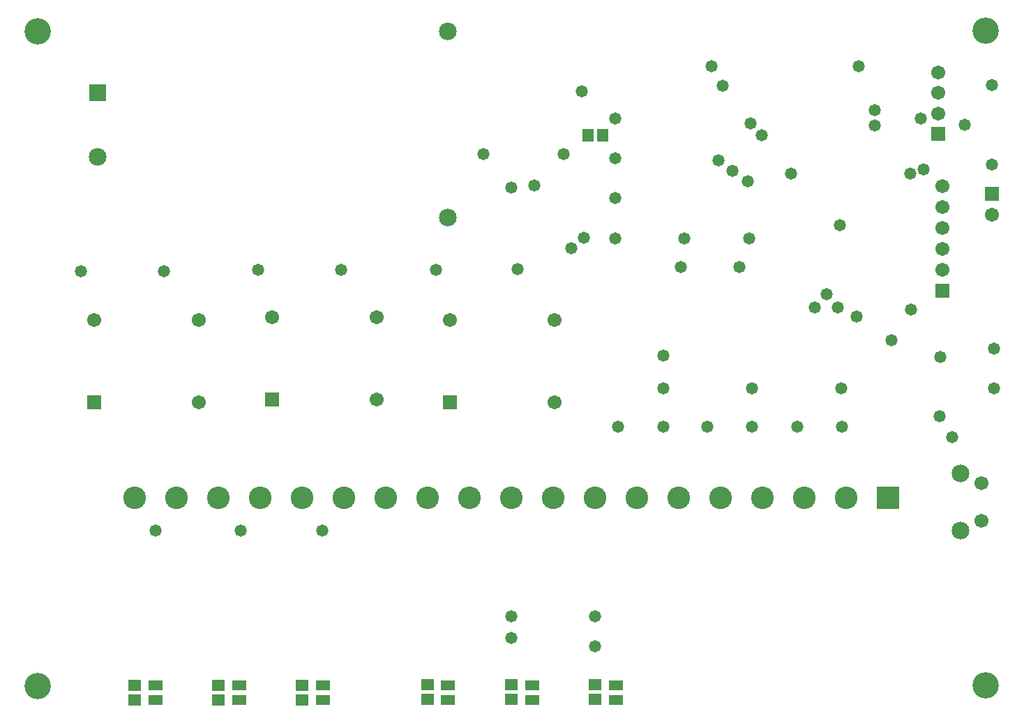
<source format=gbs>
G04*
G04 #@! TF.GenerationSoftware,Altium Limited,Altium Designer,20.0.2 (26)*
G04*
G04 Layer_Color=16711935*
%FSLAX25Y25*%
%MOIN*%
G70*
G01*
G75*
%ADD23R,0.06312X0.05524*%
%ADD24R,0.05524X0.06312*%
%ADD26C,0.06737*%
%ADD27R,0.06737X0.06737*%
%ADD28R,0.06706X0.06706*%
%ADD29C,0.06706*%
%ADD30C,0.10839*%
%ADD31R,0.10839X0.10839*%
%ADD32C,0.08477*%
%ADD33R,0.08477X0.08477*%
%ADD34C,0.06698*%
%ADD35C,0.12611*%
%ADD36C,0.05800*%
%ADD71R,0.06509X0.05131*%
D23*
X407000Y145240D02*
D03*
Y138154D02*
D03*
X367000Y145240D02*
D03*
Y138154D02*
D03*
X327000Y145240D02*
D03*
Y138154D02*
D03*
X267000Y145043D02*
D03*
Y137957D02*
D03*
X227000Y145043D02*
D03*
Y137957D02*
D03*
X187000D02*
D03*
Y145043D02*
D03*
D24*
X410543Y408000D02*
D03*
X403457D02*
D03*
D26*
X571000Y428158D02*
D03*
Y438000D02*
D03*
Y418315D02*
D03*
X217500Y319521D02*
D03*
Y280151D02*
D03*
X167500Y319521D02*
D03*
X387500D02*
D03*
Y280151D02*
D03*
X337500Y319521D02*
D03*
X302500Y321021D02*
D03*
Y281651D02*
D03*
X252500Y321021D02*
D03*
D27*
X571000Y408472D02*
D03*
X167500Y280151D02*
D03*
X337500D02*
D03*
X252500Y281651D02*
D03*
D28*
X573000Y333500D02*
D03*
X596500Y380000D02*
D03*
D29*
X573000Y343500D02*
D03*
Y353500D02*
D03*
Y363500D02*
D03*
Y373500D02*
D03*
Y383500D02*
D03*
X596500Y370000D02*
D03*
D30*
X187000Y234500D02*
D03*
X207000D02*
D03*
X227000D02*
D03*
X247000D02*
D03*
X267000D02*
D03*
X287000D02*
D03*
X307000D02*
D03*
X327000D02*
D03*
X347000D02*
D03*
X367000D02*
D03*
X387000D02*
D03*
X407000D02*
D03*
X427000D02*
D03*
X447000D02*
D03*
X467000D02*
D03*
X487000D02*
D03*
X507000D02*
D03*
X527000D02*
D03*
D31*
X547000D02*
D03*
D32*
X336661Y368512D02*
D03*
Y457488D02*
D03*
X169339Y397646D02*
D03*
X581697Y218843D02*
D03*
Y246441D02*
D03*
D33*
X169339Y428354D02*
D03*
D34*
X591500Y241500D02*
D03*
Y223783D02*
D03*
D35*
X593500Y145000D02*
D03*
Y458000D02*
D03*
X140500Y457500D02*
D03*
Y144500D02*
D03*
D36*
X577600Y263600D02*
D03*
X597500Y287000D02*
D03*
X517500Y332000D02*
D03*
X558000Y324500D02*
D03*
X583430Y413103D02*
D03*
X596500Y394000D02*
D03*
X564000Y391500D02*
D03*
X596500Y432000D02*
D03*
X486500Y408000D02*
D03*
X481248Y413618D02*
D03*
X557500Y389500D02*
D03*
X540500Y420000D02*
D03*
Y412500D02*
D03*
X531750Y321250D02*
D03*
X524000Y365000D02*
D03*
X462500Y441000D02*
D03*
X533000D02*
D03*
X468000Y431500D02*
D03*
X500500Y389500D02*
D03*
X479882Y385882D02*
D03*
X472618Y390882D02*
D03*
X465882Y395882D02*
D03*
X407000Y178000D02*
D03*
X367000D02*
D03*
X407000Y163500D02*
D03*
X367000Y167500D02*
D03*
X524500Y287000D02*
D03*
X439500Y302500D02*
D03*
X548500Y310000D02*
D03*
X276500Y219000D02*
D03*
X237500D02*
D03*
X197000D02*
D03*
X285500Y343606D02*
D03*
X200831Y343106D02*
D03*
X503500Y268500D02*
D03*
X460500D02*
D03*
X418000D02*
D03*
X400500Y429000D02*
D03*
X331000Y343500D02*
D03*
X246000D02*
D03*
X161331Y343000D02*
D03*
X370000Y344000D02*
D03*
X522750Y325750D02*
D03*
X512000D02*
D03*
X476000Y345000D02*
D03*
X448000D02*
D03*
X395500Y354000D02*
D03*
X401500Y359000D02*
D03*
X480500Y358500D02*
D03*
X571750Y302000D02*
D03*
X562437Y415938D02*
D03*
X378000Y384000D02*
D03*
X597500Y306000D02*
D03*
X482000Y287000D02*
D03*
X439500D02*
D03*
X571500Y273500D02*
D03*
X367000Y383000D02*
D03*
X525000Y268500D02*
D03*
X482000D02*
D03*
X439500D02*
D03*
X392000Y399000D02*
D03*
X353500D02*
D03*
X449500Y358500D02*
D03*
X416500D02*
D03*
Y378000D02*
D03*
Y397000D02*
D03*
Y416000D02*
D03*
D71*
X377000Y137957D02*
D03*
Y145043D02*
D03*
X417000D02*
D03*
Y137957D02*
D03*
X336500Y145043D02*
D03*
Y137957D02*
D03*
X237000Y145043D02*
D03*
Y137957D02*
D03*
X277000Y145043D02*
D03*
Y137957D02*
D03*
X197000D02*
D03*
Y145043D02*
D03*
M02*

</source>
